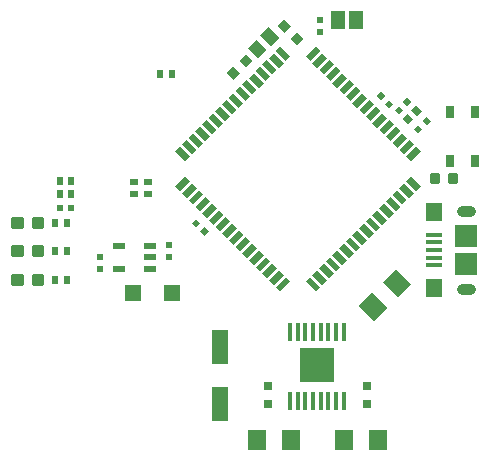
<source format=gtp>
G75*
%MOIN*%
%OFA0B0*%
%FSLAX25Y25*%
%IPPOS*%
%LPD*%
%AMOC8*
5,1,8,0,0,1.08239X$1,22.5*
%
%ADD10R,0.01969X0.01969*%
%ADD11R,0.01969X0.01969*%
%ADD12R,0.05512X0.11811*%
%ADD13R,0.03150X0.03150*%
%ADD14R,0.06299X0.07098*%
%ADD15R,0.05315X0.01575*%
%ADD16C,0.03543*%
%ADD17R,0.05512X0.06299*%
%ADD18R,0.07480X0.07480*%
%ADD19R,0.02559X0.04134*%
%ADD20R,0.04134X0.02362*%
%ADD21R,0.03150X0.03150*%
%ADD22R,0.02362X0.02756*%
%ADD23R,0.02200X0.04700*%
%ADD24R,0.04700X0.02200*%
%ADD25R,0.04600X0.06300*%
%ADD26R,0.02756X0.02362*%
%ADD27C,0.01181*%
%ADD28R,0.04921X0.03937*%
%ADD29R,0.01575X0.06299*%
%ADD30R,0.11811X0.11811*%
%ADD31C,0.00875*%
%ADD32R,0.05500X0.05500*%
D10*
G36*
X0151814Y0129217D02*
X0150423Y0130608D01*
X0151814Y0131999D01*
X0153205Y0130608D01*
X0151814Y0129217D01*
G37*
G36*
X0149030Y0132001D02*
X0147639Y0133392D01*
X0149030Y0134783D01*
X0150421Y0133392D01*
X0149030Y0132001D01*
G37*
G36*
X0217921Y0171108D02*
X0216530Y0169717D01*
X0215139Y0171108D01*
X0216530Y0172499D01*
X0217921Y0171108D01*
G37*
G36*
X0220705Y0173892D02*
X0219314Y0172501D01*
X0217923Y0173892D01*
X0219314Y0175283D01*
X0220705Y0173892D01*
G37*
G36*
X0213314Y0171717D02*
X0211923Y0173108D01*
X0213314Y0174499D01*
X0214705Y0173108D01*
X0213314Y0171717D01*
G37*
G36*
X0210530Y0174501D02*
X0209139Y0175892D01*
X0210530Y0177283D01*
X0211921Y0175892D01*
X0210530Y0174501D01*
G37*
G36*
X0221639Y0164608D02*
X0223030Y0165999D01*
X0224421Y0164608D01*
X0223030Y0163217D01*
X0221639Y0164608D01*
G37*
G36*
X0224423Y0167392D02*
X0225814Y0168783D01*
X0227205Y0167392D01*
X0225814Y0166001D01*
X0224423Y0167392D01*
G37*
D11*
X0190422Y0197031D03*
X0190422Y0200969D03*
X0107390Y0138500D03*
X0103453Y0138500D03*
X0116922Y0121969D03*
X0116922Y0118031D03*
X0139922Y0122031D03*
X0139922Y0125969D03*
D12*
X0156922Y0073051D03*
X0156922Y0091949D03*
D13*
X0172922Y0078953D03*
X0172922Y0073047D03*
X0205922Y0073047D03*
X0205922Y0078953D03*
D14*
X0209570Y0060980D03*
X0198373Y0060980D03*
X0180570Y0061100D03*
X0169373Y0061100D03*
G36*
X0203227Y0105823D02*
X0207681Y0110277D01*
X0212699Y0105259D01*
X0208245Y0100805D01*
X0203227Y0105823D01*
G37*
G36*
X0211144Y0113741D02*
X0215598Y0118195D01*
X0220616Y0113177D01*
X0216162Y0108723D01*
X0211144Y0113741D01*
G37*
D15*
X0228422Y0119276D03*
X0228422Y0121835D03*
X0228422Y0124394D03*
X0228422Y0126953D03*
X0228422Y0129512D03*
D16*
X0237556Y0137386D02*
X0237556Y0137386D01*
X0240312Y0137386D01*
X0240312Y0137386D01*
X0237556Y0137386D01*
X0237556Y0111402D02*
X0237556Y0111402D01*
X0240312Y0111402D01*
X0240312Y0111402D01*
X0237556Y0111402D01*
D17*
X0228422Y0111795D03*
X0228422Y0136992D03*
D18*
X0238953Y0129118D03*
X0238953Y0119669D03*
D19*
X0241954Y0154031D03*
X0233489Y0154031D03*
X0233489Y0170369D03*
X0241954Y0170369D03*
D20*
X0133737Y0125740D03*
X0133737Y0122000D03*
X0133737Y0118260D03*
X0123107Y0118260D03*
X0123107Y0125740D03*
D21*
G36*
X0163561Y0183412D02*
X0161334Y0181185D01*
X0159107Y0183412D01*
X0161334Y0185639D01*
X0163561Y0183412D01*
G37*
G36*
X0167737Y0187588D02*
X0165510Y0185361D01*
X0163283Y0187588D01*
X0165510Y0189815D01*
X0167737Y0187588D01*
G37*
G36*
X0182510Y0197139D02*
X0184737Y0194912D01*
X0182510Y0192685D01*
X0180283Y0194912D01*
X0182510Y0197139D01*
G37*
G36*
X0178334Y0201315D02*
X0180561Y0199088D01*
X0178334Y0196861D01*
X0176107Y0199088D01*
X0178334Y0201315D01*
G37*
D22*
X0140890Y0183000D03*
X0136953Y0183000D03*
X0107390Y0147500D03*
X0103453Y0147500D03*
X0103453Y0143000D03*
X0107390Y0143000D03*
X0105890Y0133500D03*
X0101953Y0133500D03*
X0101953Y0124000D03*
X0105890Y0124000D03*
X0105890Y0114500D03*
X0101953Y0114500D03*
G36*
X0217721Y0168247D02*
X0219391Y0169917D01*
X0221339Y0167969D01*
X0219669Y0166299D01*
X0217721Y0168247D01*
G37*
G36*
X0220505Y0171031D02*
X0222175Y0172701D01*
X0224123Y0170753D01*
X0222453Y0169083D01*
X0220505Y0171031D01*
G37*
D23*
G36*
X0213775Y0160753D02*
X0212219Y0162309D01*
X0215541Y0165631D01*
X0217097Y0164075D01*
X0213775Y0160753D01*
G37*
G36*
X0216002Y0158526D02*
X0214446Y0160082D01*
X0217768Y0163404D01*
X0219324Y0161848D01*
X0216002Y0158526D01*
G37*
G36*
X0218229Y0156299D02*
X0216673Y0157855D01*
X0219995Y0161177D01*
X0221551Y0159621D01*
X0218229Y0156299D01*
G37*
G36*
X0220456Y0154072D02*
X0218900Y0155628D01*
X0222222Y0158950D01*
X0223778Y0157394D01*
X0220456Y0154072D01*
G37*
G36*
X0211548Y0162980D02*
X0209992Y0164536D01*
X0213314Y0167858D01*
X0214870Y0166302D01*
X0211548Y0162980D01*
G37*
G36*
X0209321Y0165208D02*
X0207765Y0166764D01*
X0211087Y0170086D01*
X0212643Y0168530D01*
X0209321Y0165208D01*
G37*
G36*
X0207094Y0167435D02*
X0205538Y0168991D01*
X0208860Y0172313D01*
X0210416Y0170757D01*
X0207094Y0167435D01*
G37*
G36*
X0204867Y0169662D02*
X0203311Y0171218D01*
X0206633Y0174540D01*
X0208189Y0172984D01*
X0204867Y0169662D01*
G37*
G36*
X0202639Y0171889D02*
X0201083Y0173445D01*
X0204405Y0176767D01*
X0205961Y0175211D01*
X0202639Y0171889D01*
G37*
G36*
X0200412Y0174116D02*
X0198856Y0175672D01*
X0202178Y0178994D01*
X0203734Y0177438D01*
X0200412Y0174116D01*
G37*
G36*
X0198185Y0176343D02*
X0196629Y0177899D01*
X0199951Y0181221D01*
X0201507Y0179665D01*
X0198185Y0176343D01*
G37*
G36*
X0195958Y0178570D02*
X0194402Y0180126D01*
X0197724Y0183448D01*
X0199280Y0181892D01*
X0195958Y0178570D01*
G37*
G36*
X0193731Y0180797D02*
X0192175Y0182353D01*
X0195497Y0185675D01*
X0197053Y0184119D01*
X0193731Y0180797D01*
G37*
G36*
X0191504Y0183024D02*
X0189948Y0184580D01*
X0193270Y0187902D01*
X0194826Y0186346D01*
X0191504Y0183024D01*
G37*
G36*
X0189277Y0185252D02*
X0187721Y0186808D01*
X0191043Y0190130D01*
X0192599Y0188574D01*
X0189277Y0185252D01*
G37*
G36*
X0187050Y0187479D02*
X0185494Y0189035D01*
X0188816Y0192357D01*
X0190372Y0190801D01*
X0187050Y0187479D01*
G37*
G36*
X0143621Y0144050D02*
X0142065Y0145606D01*
X0145387Y0148928D01*
X0146943Y0147372D01*
X0143621Y0144050D01*
G37*
G36*
X0145848Y0141823D02*
X0144292Y0143379D01*
X0147614Y0146701D01*
X0149170Y0145145D01*
X0145848Y0141823D01*
G37*
G36*
X0148075Y0139596D02*
X0146519Y0141152D01*
X0149841Y0144474D01*
X0151397Y0142918D01*
X0148075Y0139596D01*
G37*
G36*
X0150302Y0137369D02*
X0148746Y0138925D01*
X0152068Y0142247D01*
X0153624Y0140691D01*
X0150302Y0137369D01*
G37*
G36*
X0152530Y0135142D02*
X0150974Y0136698D01*
X0154296Y0140020D01*
X0155852Y0138464D01*
X0152530Y0135142D01*
G37*
G36*
X0154757Y0132914D02*
X0153201Y0134470D01*
X0156523Y0137792D01*
X0158079Y0136236D01*
X0154757Y0132914D01*
G37*
G36*
X0156984Y0130687D02*
X0155428Y0132243D01*
X0158750Y0135565D01*
X0160306Y0134009D01*
X0156984Y0130687D01*
G37*
G36*
X0159211Y0128460D02*
X0157655Y0130016D01*
X0160977Y0133338D01*
X0162533Y0131782D01*
X0159211Y0128460D01*
G37*
G36*
X0161438Y0126233D02*
X0159882Y0127789D01*
X0163204Y0131111D01*
X0164760Y0129555D01*
X0161438Y0126233D01*
G37*
G36*
X0163665Y0124006D02*
X0162109Y0125562D01*
X0165431Y0128884D01*
X0166987Y0127328D01*
X0163665Y0124006D01*
G37*
G36*
X0165892Y0121779D02*
X0164336Y0123335D01*
X0167658Y0126657D01*
X0169214Y0125101D01*
X0165892Y0121779D01*
G37*
G36*
X0168119Y0119552D02*
X0166563Y0121108D01*
X0169885Y0124430D01*
X0171441Y0122874D01*
X0168119Y0119552D01*
G37*
G36*
X0170346Y0117325D02*
X0168790Y0118881D01*
X0172112Y0122203D01*
X0173668Y0120647D01*
X0170346Y0117325D01*
G37*
G36*
X0172574Y0115098D02*
X0171018Y0116654D01*
X0174340Y0119976D01*
X0175896Y0118420D01*
X0172574Y0115098D01*
G37*
G36*
X0174801Y0112870D02*
X0173245Y0114426D01*
X0176567Y0117748D01*
X0178123Y0116192D01*
X0174801Y0112870D01*
G37*
G36*
X0177028Y0110643D02*
X0175472Y0112199D01*
X0178794Y0115521D01*
X0180350Y0113965D01*
X0177028Y0110643D01*
G37*
D24*
G36*
X0188816Y0110643D02*
X0185494Y0113965D01*
X0187050Y0115521D01*
X0190372Y0112199D01*
X0188816Y0110643D01*
G37*
G36*
X0191043Y0112870D02*
X0187721Y0116192D01*
X0189277Y0117748D01*
X0192599Y0114426D01*
X0191043Y0112870D01*
G37*
G36*
X0193270Y0115098D02*
X0189948Y0118420D01*
X0191504Y0119976D01*
X0194826Y0116654D01*
X0193270Y0115098D01*
G37*
G36*
X0195497Y0117325D02*
X0192175Y0120647D01*
X0193731Y0122203D01*
X0197053Y0118881D01*
X0195497Y0117325D01*
G37*
G36*
X0197724Y0119552D02*
X0194402Y0122874D01*
X0195958Y0124430D01*
X0199280Y0121108D01*
X0197724Y0119552D01*
G37*
G36*
X0199951Y0121779D02*
X0196629Y0125101D01*
X0198185Y0126657D01*
X0201507Y0123335D01*
X0199951Y0121779D01*
G37*
G36*
X0202178Y0124006D02*
X0198856Y0127328D01*
X0200412Y0128884D01*
X0203734Y0125562D01*
X0202178Y0124006D01*
G37*
G36*
X0204405Y0126233D02*
X0201083Y0129555D01*
X0202639Y0131111D01*
X0205961Y0127789D01*
X0204405Y0126233D01*
G37*
G36*
X0206633Y0128460D02*
X0203311Y0131782D01*
X0204867Y0133338D01*
X0208189Y0130016D01*
X0206633Y0128460D01*
G37*
G36*
X0208860Y0130687D02*
X0205538Y0134009D01*
X0207094Y0135565D01*
X0210416Y0132243D01*
X0208860Y0130687D01*
G37*
G36*
X0211087Y0132914D02*
X0207765Y0136236D01*
X0209321Y0137792D01*
X0212643Y0134470D01*
X0211087Y0132914D01*
G37*
G36*
X0213314Y0135142D02*
X0209992Y0138464D01*
X0211548Y0140020D01*
X0214870Y0136698D01*
X0213314Y0135142D01*
G37*
G36*
X0215541Y0137369D02*
X0212219Y0140691D01*
X0213775Y0142247D01*
X0217097Y0138925D01*
X0215541Y0137369D01*
G37*
G36*
X0217768Y0139596D02*
X0214446Y0142918D01*
X0216002Y0144474D01*
X0219324Y0141152D01*
X0217768Y0139596D01*
G37*
G36*
X0219995Y0141823D02*
X0216673Y0145145D01*
X0218229Y0146701D01*
X0221551Y0143379D01*
X0219995Y0141823D01*
G37*
G36*
X0222222Y0144050D02*
X0218900Y0147372D01*
X0220456Y0148928D01*
X0223778Y0145606D01*
X0222222Y0144050D01*
G37*
G36*
X0165431Y0174116D02*
X0162109Y0177438D01*
X0163665Y0178994D01*
X0166987Y0175672D01*
X0165431Y0174116D01*
G37*
G36*
X0163204Y0171889D02*
X0159882Y0175211D01*
X0161438Y0176767D01*
X0164760Y0173445D01*
X0163204Y0171889D01*
G37*
G36*
X0160977Y0169662D02*
X0157655Y0172984D01*
X0159211Y0174540D01*
X0162533Y0171218D01*
X0160977Y0169662D01*
G37*
G36*
X0158750Y0167435D02*
X0155428Y0170757D01*
X0156984Y0172313D01*
X0160306Y0168991D01*
X0158750Y0167435D01*
G37*
G36*
X0156523Y0165208D02*
X0153201Y0168530D01*
X0154757Y0170086D01*
X0158079Y0166764D01*
X0156523Y0165208D01*
G37*
G36*
X0154296Y0162980D02*
X0150974Y0166302D01*
X0152530Y0167858D01*
X0155852Y0164536D01*
X0154296Y0162980D01*
G37*
G36*
X0152068Y0160753D02*
X0148746Y0164075D01*
X0150302Y0165631D01*
X0153624Y0162309D01*
X0152068Y0160753D01*
G37*
G36*
X0149841Y0158526D02*
X0146519Y0161848D01*
X0148075Y0163404D01*
X0151397Y0160082D01*
X0149841Y0158526D01*
G37*
G36*
X0147614Y0156299D02*
X0144292Y0159621D01*
X0145848Y0161177D01*
X0149170Y0157855D01*
X0147614Y0156299D01*
G37*
G36*
X0145387Y0154072D02*
X0142065Y0157394D01*
X0143621Y0158950D01*
X0146943Y0155628D01*
X0145387Y0154072D01*
G37*
G36*
X0167658Y0176343D02*
X0164336Y0179665D01*
X0165892Y0181221D01*
X0169214Y0177899D01*
X0167658Y0176343D01*
G37*
G36*
X0169885Y0178570D02*
X0166563Y0181892D01*
X0168119Y0183448D01*
X0171441Y0180126D01*
X0169885Y0178570D01*
G37*
G36*
X0172112Y0180797D02*
X0168790Y0184119D01*
X0170346Y0185675D01*
X0173668Y0182353D01*
X0172112Y0180797D01*
G37*
G36*
X0174340Y0183024D02*
X0171018Y0186346D01*
X0172574Y0187902D01*
X0175896Y0184580D01*
X0174340Y0183024D01*
G37*
G36*
X0176567Y0185252D02*
X0173245Y0188574D01*
X0174801Y0190130D01*
X0178123Y0186808D01*
X0176567Y0185252D01*
G37*
G36*
X0178794Y0187479D02*
X0175472Y0190801D01*
X0177028Y0192357D01*
X0180350Y0189035D01*
X0178794Y0187479D01*
G37*
D25*
X0196422Y0201000D03*
X0202422Y0201000D03*
D26*
X0132922Y0146969D03*
X0128422Y0146969D03*
X0128422Y0143031D03*
X0132922Y0143031D03*
D27*
X0097752Y0134878D02*
X0097752Y0132122D01*
X0094996Y0132122D01*
X0094996Y0134878D01*
X0097752Y0134878D01*
X0097752Y0133302D02*
X0094996Y0133302D01*
X0094996Y0134482D02*
X0097752Y0134482D01*
X0090847Y0134878D02*
X0090847Y0132122D01*
X0088091Y0132122D01*
X0088091Y0134878D01*
X0090847Y0134878D01*
X0090847Y0133302D02*
X0088091Y0133302D01*
X0088091Y0134482D02*
X0090847Y0134482D01*
X0090847Y0125378D02*
X0090847Y0122622D01*
X0088091Y0122622D01*
X0088091Y0125378D01*
X0090847Y0125378D01*
X0090847Y0123802D02*
X0088091Y0123802D01*
X0088091Y0124982D02*
X0090847Y0124982D01*
X0097752Y0125378D02*
X0097752Y0122622D01*
X0094996Y0122622D01*
X0094996Y0125378D01*
X0097752Y0125378D01*
X0097752Y0123802D02*
X0094996Y0123802D01*
X0094996Y0124982D02*
X0097752Y0124982D01*
X0097752Y0115878D02*
X0097752Y0113122D01*
X0094996Y0113122D01*
X0094996Y0115878D01*
X0097752Y0115878D01*
X0097752Y0114302D02*
X0094996Y0114302D01*
X0094996Y0115482D02*
X0097752Y0115482D01*
X0090847Y0115878D02*
X0090847Y0113122D01*
X0088091Y0113122D01*
X0088091Y0115878D01*
X0090847Y0115878D01*
X0090847Y0114302D02*
X0088091Y0114302D01*
X0088091Y0115482D02*
X0090847Y0115482D01*
D28*
G36*
X0168987Y0194543D02*
X0172465Y0191065D01*
X0169681Y0188281D01*
X0166203Y0191759D01*
X0168987Y0194543D01*
G37*
G36*
X0173163Y0198719D02*
X0176641Y0195241D01*
X0173857Y0192457D01*
X0170379Y0195935D01*
X0173163Y0198719D01*
G37*
D29*
X0180268Y0097220D03*
X0182827Y0097220D03*
X0185386Y0097220D03*
X0187945Y0097220D03*
X0190504Y0097220D03*
X0193063Y0097220D03*
X0195623Y0097220D03*
X0198182Y0097220D03*
X0198182Y0073992D03*
X0195623Y0073992D03*
X0193063Y0073992D03*
X0190504Y0073992D03*
X0187945Y0073992D03*
X0185386Y0073992D03*
X0182827Y0073992D03*
X0180268Y0073992D03*
D30*
X0189422Y0086000D03*
D31*
X0227109Y0147187D02*
X0229735Y0147187D01*
X0227109Y0147187D02*
X0227109Y0149813D01*
X0229735Y0149813D01*
X0229735Y0147187D01*
X0229735Y0148061D02*
X0227109Y0148061D01*
X0227109Y0148935D02*
X0229735Y0148935D01*
X0229735Y0149809D02*
X0227109Y0149809D01*
X0233109Y0147187D02*
X0235735Y0147187D01*
X0233109Y0147187D02*
X0233109Y0149813D01*
X0235735Y0149813D01*
X0235735Y0147187D01*
X0235735Y0148061D02*
X0233109Y0148061D01*
X0233109Y0148935D02*
X0235735Y0148935D01*
X0235735Y0149809D02*
X0233109Y0149809D01*
D32*
X0140922Y0110000D03*
X0127922Y0110000D03*
M02*

</source>
